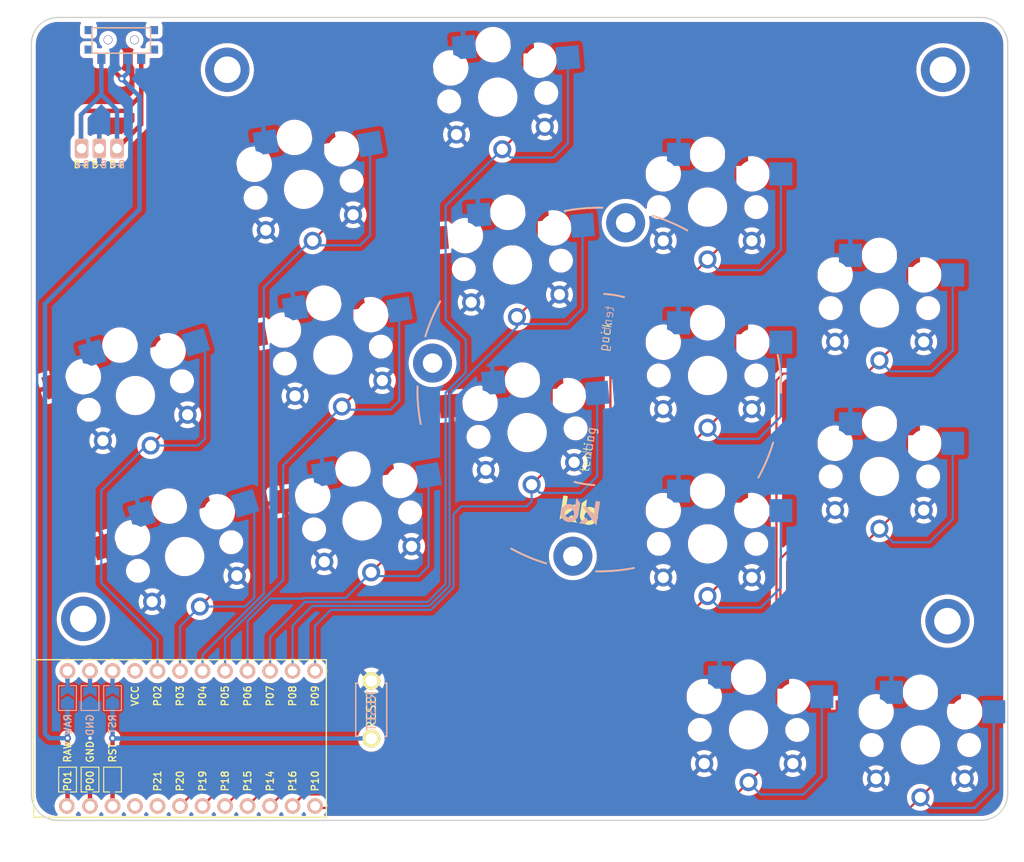
<source format=kicad_pcb>
(kicad_pcb (version 20211014) (generator pcbnew)
  (title_block (title "batta_choc") (rev "v1.0.0") (company "Unknown"))
  (layers (0 "F.Cu" signal) (31 "B.Cu" signal) (34 "B.Paste" user) (35 "F.Paste" user) (36 "B.SilkS" user "B.Silkscreen") (37 "F.SilkS" user "F.Silkscreen") (38 "B.Mask" user) (39 "F.Mask" user) (44 "Edge.Cuts" user))
  (net 0 "")
  (net 1 "GND")
  (net 2 "matrix_pinky_home")
  (net 3 "matrix_ring_bottom")
  (net 4 "matrix_ring_home")
  (net 5 "matrix_ring_top")
  (net 6 "matrix_middle_bottom")
  (net 7 "matrix_middle_home")
  (net 8 "matrix_middle_top")
  (net 9 "matrix_index_bottom")
  (net 10 "matrix_index_home")
  (net 11 "matrix_index_top")
  (net 12 "matrix_inner_bottom")
  (net 13 "matrix_inner_home")
  (net 14 "thumb_tucky")
  (net 15 "thumb_reachy")
  (net 16 "RAW")
  (net 17 "RST")
  (net 18 "matrix_pinky_top")
  (net 19 "b+")
  (footprint "Alaa:key" (layer "F.Cu") (at 249.090824 84.505717 5)
    (fp_text reference "S7" hide)
    (fp_text value "" hide)
  )
  (footprint "Alaa:key" (layer "F.Cu") (at 247.434865 65.578018 5)
    (fp_text reference "S8" hide)
    (fp_text value "" hide)
  )
  (footprint "Alaa:key" (layer "F.Cu") (at 228.826421 94.688497 10)
    (fp_text reference "S4" hide)
    (fp_text value "" hide)
  )
  (footprint "Alaa:ProMicro32keys" (layer "F.Cu") (at 212.852 137.954)
    (fp_text reference "MCU1" hide)
    (fp_text value "" hide)
  )
  (footprint "clipboard:588d3aa5-8931-420f-9c57-a8cdf3d19d32" (layer "F.Cu") (at 239.946264 105.6951 -9)
    (fp_text reference "")
    (fp_text value "")
  )
  (footprint "Alaa:key" (layer "F.Cu") (at 212.09774 117.419287 17)
    (fp_text reference "S1" hide)
    (fp_text value "" hide)
  )
  (footprint "" (layer "F.Cu") (at 200.66 124.46)
    (fp_text reference "")
    (fp_text value "")
  )
  (footprint "Alaa:key" (layer "F.Cu") (at 271.115601 115.986367)
    (fp_text reference "S9" hide)
    (fp_text value "" hide)
  )
  (footprint "Alaa:key" (layer "F.Cu") (at 290.515601 108.386367)
    (fp_text reference "S12" hide)
    (fp_text value "" hide)
  )
  (footprint "Alaa:key" (layer "F.Cu") (at 275.740601 136.986367)
    (fp_text reference "S14" hide)
    (fp_text value "" hide)
  )
  (footprint "Alaa:key" (layer "F.Cu") (at 232.125737 113.399844 10)
    (fp_text reference "S3" hide)
    (fp_text value "" hide)
  )
  (footprint "E73:SPDT_C128955" (layer "F.Cu") (at 204.950615 59.106416)
    (fp_text reference "T2" hide)
    (fp_text value "" hide)
  )
  (footprint "" (layer "F.Cu") (at 297.688 62.484)
    (fp_text reference "")
    (fp_text value "")
  )
  (footprint "" (layer "F.Cu") (at 216.916 62.484)
    (fp_text reference "")
    (fp_text value "")
  )
  (footprint "Alaa:key" (layer "F.Cu") (at 250.746784 103.433416 5)
    (fp_text reference "S6" hide)
    (fp_text value "" hide)
  )
  (footprint "" (layer "F.Cu") (at 298.196 124.714)
    (fp_text reference "")
    (fp_text value "")
  )
  (footprint "Alaa:key" (layer "F.Cu") (at 295.140601 138.696367)
    (fp_text reference "S15" hide)
    (fp_text value "" hide)
  )
  (footprint "lib:bat" (layer "F.Cu") (at 202.47 71.374)
    (fp_text reference "PAD1" hide)
    (fp_text value "" hide)
  )
  (footprint "kbd:ResetSW" (layer "F.Cu") (at 233.172 134.704 -90)
    (fp_text reference "B1" hide)
    (fp_text value "")
  )
  (footprint "Alaa:key" (layer "F.Cu") (at 271.115601 77.986367)
    (fp_text reference "S11" hide)
    (fp_text value "" hide)
  )
  (footprint "Alaa:key" (layer "F.Cu") (at 206.542677 99.249496 17)
    (fp_text reference "S2" hide)
    (fp_text value "" hide)
  )
  (footprint "Alaa:key" (layer "F.Cu") (at 290.515601 89.386367)
    (fp_text reference "S13" hide)
    (fp_text value "" hide)
  )
  (footprint "Alaa:key" (layer "F.Cu") (at 225.527106 75.97715 10)
    (fp_text reference "S5" hide)
    (fp_text value "" hide)
  )
  (footprint "Alaa:key" (layer "F.Cu") (at 271.115601 96.986367)
    (fp_text reference "S10" hide)
    (fp_text value "" hide)
  )
  (footprint "E73:SPDT_C128955" (layer "F.Cu") (at 204.950615 59.106416)
    (fp_text reference "T1" hide)
    (fp_text value "" hide)
  )
  (gr_line (start 197.803209 147.196367) (end 301.990601 147.196367) (layer "Edge.Cuts") (width 0.15))
  (gr_arc (start 197.803209 147.196367) (mid 195.681895 146.317689) (end 194.803209 144.196367) (layer "Edge.Cuts") (width 0.15))
  (gr_line (start 197.803209 56.581422) (end 301.990601 56.581422) (layer "Edge.Cuts") (width 0.15))
  (gr_arc (start 304.990601 144.196367) (mid 304.111933 146.317709) (end 301.990601 147.196367) (layer "Edge.Cuts") (width 0.15))
  (gr_line (start 194.803209 144.196367) (end 194.803209 59.581422) (layer "Edge.Cuts") (width 0.15))
  (gr_line (start 304.990601 144.196367) (end 304.990601 59.581422) (layer "Edge.Cuts") (width 0.15))
  (gr_arc (start 301.990601 56.581422) (mid 304.111921 57.460102) (end 304.990601 59.581422) (layer "Edge.Cuts") (width 0.15))
  (gr_arc (start 194.803209 59.581422) (mid 195.681889 57.460102) (end 197.803209 56.581422) (layer "Edge.Cuts") (width 0.15))
  (segment (start 201.422 137.954) (end 201.422 141.867523) (width 0.5) (layer "F.Cu") (net 1))
  (via (at 201.422 137.922) (size 0.8) (drill 0.4) (layers "F.Cu" "B.Cu") (net 1))
  (segment (start 201.422 134.117523) (end 201.422 137.954) (width 0.5) (layer "B.Cu") (net 1))
  (segment (start 215.138 121.746216) (end 213.822732 123.061484) (width 0.25) (layer "F.Cu") (net 2))
  (segment (start 213.490025 110.771757) (end 213.490025 114.176025) (width 0.25) (layer "F.Cu") (net 2))
  (segment (start 215.138 115.824) (end 215.138 121.746216) (width 0.25) (layer "F.Cu") (net 2))
  (segment (start 213.490025 114.176025) (end 215.138 115.824) (width 0.25) (layer "F.Cu") (net 2))
  (segment (start 211.582 125.302216) (end 213.822732 123.061484) (width 0.25) (layer "B.Cu") (net 2))
  (segment (start 219.955869 112.454871) (end 219.955869 122.052977) (width 0.25) (layer "B.Cu") (net 2))
  (segment (start 219.955869 122.052977) (end 218.947362 123.061484) (width 0.25) (layer "B.Cu") (net 2))
  (segment (start 218.914767 111.413769) (end 219.955869 112.454871) (width 0.25) (layer "B.Cu") (net 2))
  (segment (start 211.582 130.334) (end 211.582 125.302216) (width 0.25) (layer "B.Cu") (net 2))
  (segment (start 218.947362 123.061484) (end 213.822732 123.061484) (width 0.25) (layer "B.Cu") (net 2))
  (segment (start 234.317774 106.97154) (end 234.317774 110.619774) (width 0.25) (layer "F.Cu") (net 3))
  (segment (start 235.204 111.506) (end 235.204 117.156469) (width 0.25) (layer "F.Cu") (net 3))
  (segment (start 234.317774 110.619774) (end 235.204 111.506) (width 0.25) (layer "F.Cu") (net 3))
  (segment (start 235.204 117.156469) (end 233.15026 119.210209) (width 0.25) (layer "F.Cu") (net 3))
  (segment (start 225.424282 122.174) (end 225.502843 122.09544) (width 0.25) (layer "B.Cu") (net 3))
  (segment (start 225.502843 122.09544) (end 230.265029 122.09544) (width 0.25) (layer "B.Cu") (net 3))
  (segment (start 219.202 130.334) (end 219.202 124.714) (width 0.25) (layer "B.Cu") (net 3))
  (segment (start 239.62384 108.269876) (end 239.62384 118.51616) (width 0.25) (layer "B.Cu") (net 3))
  (segment (start 238.506 119.634) (end 233.574051 119.634) (width 0.25) (layer "B.Cu") (net 3))
  (segment (start 221.742 122.174) (end 225.424282 122.174) (width 0.25) (layer "B.Cu") (net 3))
  (segment (start 239.62384 118.51616) (end 238.506 119.634) (width 0.25) (layer "B.Cu") (net 3))
  (segment (start 233.574051 119.634) (end 233.15026 119.210209) (width 0.25) (layer "B.Cu") (net 3))
  (segment (start 219.202 124.714) (end 221.742 122.174) (width 0.25) (layer "B.Cu") (net 3))
  (segment (start 230.265029 122.09544) (end 233.15026 119.210209) (width 0.25) (layer "B.Cu") (net 3))
  (segment (start 231.902 92.964) (end 231.902 98.447806) (width 0.25) (layer "F.Cu") (net 4))
  (segment (start 231.018458 88.260193) (end 231.018458 92.080458) (width 0.25) (layer "F.Cu") (net 4))
  (segment (start 231.018458 92.080458) (end 231.902 92.964) (width 0.25) (layer "F.Cu") (net 4))
  (segment (start 231.902 98.447806) (end 229.850944 100.498862) (width 0.25) (layer "F.Cu") (net 4))
  (segment (start 234.426207 100.850236) (end 230.202318 100.850236) (width 0.25) (layer "B.Cu") (net 4))
  (segment (start 216.662 126.618282) (end 223.221733 120.058549) (width 0.25) (layer "B.Cu") (net 4))
  (segment (start 223.221733 120.058549) (end 223.221733 107.128073) (width 0.25) (layer "B.Cu") (net 4))
  (segment (start 236.324524 99.852729) (end 235.339253 100.838) (width 0.25) (layer "B.Cu") (net 4))
  (segment (start 230.202318 100.850236) (end 229.850944 100.498862) (width 0.25) (layer "B.Cu") (net 4))
  (segment (start 236.324524 89.558529) (end 236.324524 99.852729) (width 0.25) (layer "B.Cu") (net 4))
  (segment (start 223.221733 107.128073) (end 229.850944 100.498862) (width 0.25) (layer "B.Cu") (net 4))
  (segment (start 216.662 130.334) (end 216.662 126.618282) (width 0.25) (layer "B.Cu") (net 4))
  (segment (start 235.339253 100.838) (end 234.495601 100.838) (width 0.25) (layer "B.Cu") (net 4))
  (segment (start 234.495601 100.838) (end 234.426207 100.850236) (width 0.25) (layer "B.Cu") (net 4))
  (segment (start 228.6 73.914) (end 228.6 79.739144) (width 0.25) (layer "F.Cu") (net 5))
  (segment (start 227.719143 73.033143) (end 228.6 73.914) (width 0.25) (layer "F.Cu") (net 5))
  (segment (start 227.719143 69.548846) (end 227.719143 73.033143) (width 0.25) (layer "F.Cu") (net 5))
  (segment (start 228.6 79.739144) (end 226.551629 81.787515) (width 0.25) (layer "F.Cu") (net 5))
  (segment (start 214.122 128.522564) (end 221.03848 121.606084) (width 0.25) (layer "B.Cu") (net 5))
  (segment (start 221.03848 87.06352) (end 226.314485 81.787515) (width 0.25) (layer "B.Cu") (net 5))
  (segment (start 221.03848 121.606084) (end 221.03848 87.06352) (width 0.25) (layer "B.Cu") (net 5))
  (segment (start 231.902 82.296) (end 227.060114 82.296) (width 0.25) (layer "B.Cu") (net 5))
  (segment (start 227.060114 82.296) (end 226.551629 81.787515) (width 0.25) (layer "B.Cu") (net 5))
  (segment (start 226.314485 81.787515) (end 226.551629 81.787515) (width 0.25) (layer "B.Cu") (net 5))
  (segment (start 233.025209 70.847182) (end 233.025209 81.172791) (width 0.25) (layer "B.Cu") (net 5))
  (segment (start 233.025209 81.172791) (end 231.902 82.296) (width 0.25) (layer "B.Cu") (net 5))
  (segment (start 214.122 130.334) (end 214.122 128.522564) (width 0.25) (layer "B.Cu") (net 5))
  (segment (start 253.490743 97.220623) (end 253.521305 97.251185) (width 0.25) (layer "F.Cu") (net 6))
  (segment (start 253.521305 107.050661) (end 251.261002 109.310964) (width 0.25) (layer "F.Cu") (net 6))
  (segment (start 253.521305 97.251185) (end 253.521305 107.050661) (width 0.25) (layer "F.Cu") (net 6))
  (segment (start 226.822 125.222) (end 228.6 123.444) (width 0.25) (layer "B.Cu") (net 6))
  (segment (start 242.45304 112.63896) (end 243.332 111.76) (width 0.25) (layer "B.Cu") (net 6))
  (segment (start 239.903717 123.444) (end 242.45304 120.894676) (width 0.25) (layer "B.Cu") (net 6))
  (segment (start 251.261002 111.196998) (end 251.261002 109.310964) (width 0.25) (layer "B.Cu") (net 6))
  (segment (start 250.698 111.76) (end 251.261002 111.196998) (width 0.25) (layer "B.Cu") (net 6))
  (segment (start 243.332 111.76) (end 250.698 111.76) (width 0.25) (layer "B.Cu") (net 6))
  (segment (start 228.6 123.444) (end 239.903717 123.444) (width 0.25) (layer "B.Cu") (net 6))
  (segment (start 252.186038 110.236) (end 251.261002 109.310964) (width 0.25) (layer "B.Cu") (net 6))
  (segment (start 258.66346 98.976472) (end 258.66346 108.36654) (width 0.25) (layer "B.Cu") (net 6))
  (segment (start 258.66346 108.36654) (end 256.794 110.236) (width 0.25) (layer "B.Cu") (net 6))
  (segment (start 226.822 130.334) (end 226.822 125.222) (width 0.25) (layer "B.Cu") (net 6))
  (segment (start 242.45304 120.894676) (end 242.45304 112.63896) (width 0.25) (layer "B.Cu") (net 6))
  (segment (start 256.794 110.236) (end 252.186038 110.236) (width 0.25) (layer "B.Cu") (net 6))
  (segment (start 251.865345 83.356472) (end 251.865345 88.122962) (width 0.25) (layer "F.Cu") (net 7))
  (segment (start 251.834783 78.292924) (end 251.834783 83.32591) (width 0.25) (layer "F.Cu") (net 7))
  (segment (start 251.865345 88.122962) (end 249.605042 90.383265) (width 0.25) (layer "F.Cu") (net 7))
  (segment (start 251.834783 83.32591) (end 251.865345 83.356472) (width 0.25) (layer "F.Cu") (net 7))
  (segment (start 257.0075 89.4485) (end 255.27 91.186) (width 0.25) (layer "B.Cu") (net 7))
  (segment (start 239.717519 122.99448) (end 242.00352 120.708479) (width 0.25) (layer "B.Cu") (net 7))
  (segment (start 255.27 91.186) (end 250.407777 91.186) (width 0.25) (layer "B.Cu") (net 7))
  (segment (start 224.282 130.334) (end 224.282 125.222) (width 0.25) (layer "B.Cu") (net 7))
  (segment (start 250.407777 91.186) (end 249.605042 90.383265) (width 0.25) (layer "B.Cu") (net 7))
  (segment (start 242.00352 120.708479) (end 242.00352 99.11848) (width 0.25) (layer "B.Cu") (net 7))
  (segment (start 249.605042 91.516958) (end 249.605042 90.383265) (width 0.25) (layer "B.Cu") (net 7))
  (segment (start 257.0075 80.048773) (end 257.0075 89.4485) (width 0.25) (layer "B.Cu") (net 7))
  (segment (start 226.50952 122.99448) (end 239.717519 122.99448) (width 0.25) (layer "B.Cu") (net 7))
  (segment (start 242.00352 99.11848) (end 249.605042 91.516958) (width 0.25) (layer "B.Cu") (net 7))
  (segment (start 224.282 125.222) (end 226.50952 122.99448) (width 0.25) (layer "B.Cu") (net 7))
  (segment (start 250.178824 59.365225) (end 250.209386 59.395787) (width 0.25) (layer "F.Cu") (net 8))
  (segment (start 250.209386 69.195263) (end 247.949083 71.455566) (width 0.25) (layer "F.Cu") (net 8))
  (segment (start 250.209386 59.395787) (end 250.209386 69.195263) (width 0.25) (layer "F.Cu") (net 8))
  (segment (start 255.351541 70.784459) (end 253.746 72.39) (width 0.25) (layer "B.Cu") (net 8))
  (segment (start 255.351541 61.121074) (end 255.351541 70.784459) (width 0.25) (layer "B.Cu") (net 8))
  (segment (start 221.742 130.334) (end 221.742 126.492) (width 0.25) (layer "B.Cu") (net 8))
  (segment (start 239.531322 122.54496) (end 241.554 120.522282) (width 0.25) (layer "B.Cu") (net 8))
  (segment (start 221.742 126.492) (end 225.68904 122.54496) (width 0.25) (layer "B.Cu") (net 8))
  (segment (start 243.84 96.646282) (end 243.84 92.964) (width 0.25) (layer "B.Cu") (net 8))
  (segment (start 241.554 120.522282) (end 241.554 98.932282) (width 0.25) (layer "B.Cu") (net 8))
  (segment (start 241.554 98.932282) (end 243.84 96.646282) (width 0.25) (layer "B.Cu") (net 8))
  (segment (start 241.554 77.850649) (end 247.949083 71.455566) (width 0.25) (layer "B.Cu") (net 8))
  (segment (start 225.68904 122.54496) (end 239.531322 122.54496) (width 0.25) (layer "B.Cu") (net 8))
  (segment (start 248.883517 72.39) (end 247.949083 71.455566) (width 0.25) (layer "B.Cu") (net 8))
  (segment (start 243.84 92.964) (end 241.554 90.678) (width 0.25) (layer "B.Cu") (net 8))
  (segment (start 241.554 90.678) (end 241.554 77.850649) (width 0.25) (layer "B.Cu") (net 8))
  (segment (start 253.746 72.39) (end 248.883517 72.39) (width 0.25) (layer "B.Cu") (net 8))
  (segment (start 261.874 123.444) (end 269.557966 123.444) (width 0.25) (layer "F.Cu") (net 9))
  (segment (start 261.05352 141.156197) (end 261.05352 124.26448) (width 0.25) (layer "F.Cu") (net 9))
  (segment (start 269.557966 123.444) (end 271.1156 121.886366) (width 0.25) (layer "F.Cu") (net 9))
  (segment (start 219.85896 142.37704) (end 259.832678 142.37704) (width 0.25) (layer "F.Cu") (net 9))
  (segment (start 261.05352 124.26448) (end 261.874 123.444) (width 0.25) (layer "F.Cu") (net 9))
  (segment (start 259.832678 142.37704) (end 261.05352 141.156197) (width 0.25) (layer "F.Cu") (net 9))
  (segment (start 273.890122 119.111844) (end 271.1156 121.886366) (width 0.25) (layer "F.Cu") (net 9))
  (segment (start 274.390599 110.036367) (end 273.890122 110.536844) (width 0.25) (layer "F.Cu") (net 9))
  (segment (start 273.890122 110.536844) (end 273.890122 119.111844) (width 0.25) (layer "F.Cu") (net 9))
  (segment (start 216.662 145.574) (end 219.85896 142.37704) (width 0.25) (layer "F.Cu") (net 9))
  (segment (start 279.3906 120.9134) (end 277.114 123.19) (width 0.25) (layer "B.Cu") (net 9))
  (segment (start 277.114 123.19) (end 272.419234 123.19) (width 0.25) (layer "B.Cu") (net 9))
  (segment (start 272.419234 123.19) (end 271.1156 121.886366) (width 0.25) (layer "B.Cu") (net 9))
  (segment (start 279.3906 112.236367) (end 279.3906 120.9134) (width 0.25) (layer "B.Cu") (net 9))
  (segment (start 217.76848 141.92752) (end 259.64648 141.92752) (width 0.25) (layer "F.Cu") (net 10))
  (segment (start 274.241079 91.185887) (end 274.241079 99.760887) (width 0.25) (layer "F.Cu") (net 10))
  (segment (start 269.607966 104.394) (end 271.1156 102.886366) (width 0.25) (layer "F.Cu") (net 10))
  (segment (start 214.122 145.574) (end 217.76848 141.92752) (width 0.25) (layer "F.Cu") (net 10))
  (segment (start 260.604 106.172) (end 262.382 104.394) (width 0.25) (layer "F.Cu") (net 10))
  (segment (start 274.390599 91.036367) (end 274.241079 91.185887) (width 0.25) (layer "F.Cu") (net 10))
  (segment (start 260.604 140.97) (end 260.604 106.172) (width 0.25) (layer "F.Cu") (net 10))
  (segment (start 262.382 104.394) (end 269.607966 104.394) (width 0.25) (layer "F.Cu") (net 10))
  (segment (start 259.64648 141.92752) (end 260.604 140.97) (width 0.25) (layer "F.Cu") (net 10))
  (segment (start 274.241079 99.760887) (end 271.1156 102.886366) (width 0.25) (layer "F.Cu") (net 10))
  (segment (start 272.369234 104.14) (end 271.1156 102.886366) (width 0.25) (layer "B.Cu") (net 10))
  (segment (start 279.3906 101.6094) (end 276.86 104.14) (width 0.25) (layer "B.Cu") (net 10))
  (segment (start 279.3906 93.236367) (end 279.3906 101.6094) (width 0.25) (layer "B.Cu") (net 10))
  (segment (start 276.86 104.14) (end 272.369234 104.14) (width 0.25) (layer "B.Cu") (net 10))
  (segment (start 269.657966 85.344) (end 271.1156 83.886366) (width 0.25) (layer "F.Cu") (net 11))
  (segment (start 215.678 141.478) (end 259.39248 141.478) (width 0.25) (layer "F.Cu") (net 11))
  (segment (start 260.15448 140.716) (end 260.15448 87.57152) (width 0.25) (layer "F.Cu") (net 11))
  (segment (start 262.382 85.344) (end 269.657966 85.344) (width 0.25) (layer "F.Cu") (net 11))
  (segment (start 274.390599 72.036367) (end 274.241079 72.185887) (width 0.25) (layer "F.Cu") (net 11))
  (segment (start 274.241079 72.185887) (end 274.241079 80.760887) (width 0.25) (layer "F.Cu") (net 11))
  (segment (start 211.582 145.574) (end 215.678 141.478) (width 0.25) (layer "F.Cu") (net 11))
  (segment (start 259.39248 141.478) (end 260.15448 140.716) (width 0.25) (layer "F.Cu") (net 11))
  (segment (start 260.15448 87.57152) (end 262.382 85.344) (width 0.25) (layer "F.Cu") (net 11))
  (segment (start 274.241079 80.760887) (end 271.1156 83.886366) (width 0.25) (layer "F.Cu") (net 11))
  (segment (start 277.114 85.09) (end 272.319234 85.09) (width 0.25) (layer "B.Cu") (net 11))
  (segment (start 279.3906 74.236367) (end 279.3906 82.8134) (width 0.25) (layer "B.Cu") (net 11))
  (segment (start 279.3906 82.8134) (end 277.114 85.09) (width 0.25) (layer "B.Cu") (net 11))
  (segment (start 272.319234 85.09) (end 271.1156 83.886366) (width 0.25) (layer "B.Cu") (net 11))
  (segment (start 279.34152 117.66048) (end 281.432 115.57) (width 0.25) (layer "F.Cu") (net 12))
  (segment (start 289.231966 115.57) (end 290.5156 114.286366) (width 0.25) (layer "F.Cu") (net 12))
  (segment (start 224.03992 143.27608) (end 260.205074 143.276079) (width 0.25) (layer "F.Cu") (net 12))
  (segment (start 221.742 145.574) (end 224.03992 143.27608) (width 0.25) (layer "F.Cu") (net 12))
  (segment (start 293.624 102.602966) (end 293.624 111.177966) (width 0.25) (layer "F.Cu") (net 12))
  (segment (start 278.44248 128.21152) (end 279.34152 127.31248) (width 0.25) (layer "F.Cu") (net 12))
  (segment (start 261.95256 141.528591) (end 261.95256 128.954876) (width 0.25) (layer "F.Cu") (net 12))
  (segment (start 260.205074 143.276079) (end 261.95256 141.528591) (width 0.25) (layer "F.Cu") (net 12))
  (segment (start 279.34152 127.31248) (end 279.34152 117.66048) (width 0.25) (layer "F.Cu") (net 12))
  (segment (start 293.790599 102.436367) (end 293.624 102.602966) (width 0.25) (layer "F.Cu") (net 12))
  (segment (start 261.95256 128.954876) (end 262.695916 128.21152) (width 0.25) (layer "F.Cu") (net 12))
  (segment (start 293.624 111.177966) (end 290.5156 114.286366) (width 0.25) (layer "F.Cu") (net 12))
  (segment (start 281.432 115.57) (end 289.231966 115.57) (width 0.25) (layer "F.Cu") (net 12))
  (segment (start 262.695916 128.21152) (end 278.44248 128.21152) (width 0.25) (layer "F.Cu") (net 12))
  (segment (start 298.7906 113.1974) (end 296.164 115.824) (width 0.25) (layer "B.Cu") (net 12))
  (segment (start 298.7906 104.636367) (end 298.7906 113.1974) (width 0.25) (layer "B.Cu") (net 12))
  (segment (start 296.164 115.824) (end 292.053234 115.824) (width 0.25) (layer "B.Cu") (net 12))
  (segment (start 292.053234 115.824) (end 290.5156 114.286366) (width 0.25) (layer "B.Cu") (net 12))
  (segment (start 279.654 96.774) (end 289.027966 96.774) (width 0.25) (layer "F.Cu") (net 13))
  (segment (start 289.027966 96.774) (end 290.5156 95.286366) (width 0.25) (layer "F.Cu") (net 13))
  (segment (start 278.892 97.536) (end 279.654 96.774) (width 0.25) (layer "F.Cu") (net 13))
  (segment (start 219.202 145.574) (end 221.94944 142.82656) (width 0.25) (layer "F.Cu") (net 13))
  (segment (start 278.13 127.762) (end 278.892 127) (width 0.25) (layer "F.Cu") (net 13))
  (segment (start 221.94944 142.82656) (end 260.018876 142.82656) (width 0.25) (layer "F.Cu") (net 13))
  (segment (start 278.892 127) (end 278.892 97.536) (width 0.25) (layer "F.Cu") (net 13))
  (segment (start 293.641079 83.585887) (end 293.641079 92.160887) (width 0.25) (layer "F.Cu") (net 13))
  (segment (start 293.790599 83.436367) (end 293.641079 83.585887) (width 0.25) (layer "F.Cu") (net 13))
  (segment (start 293.641079 92.160887) (end 290.5156 95.286366) (width 0.25) (layer "F.Cu") (net 13))
  (segment (start 260.018876 142.82656) (end 261.50304 141.342394) (width 0.25) (layer "F.Cu") (net 13))
  (segment (start 261.50304 141.342394) (end 261.50304 128.768678) (width 0.25) (layer "F.Cu") (net 13))
  (segment (start 262.509718 127.762) (end 278.13 127.762) (width 0.25) (layer "F.Cu") (net 13))
  (segment (start 261.50304 128.768678) (end 262.509718 127.762) (width 0.25) (layer "F.Cu") (net 13))
  (segment (start 291.749234 96.52) (end 290.5156 95.286366) (width 0.25) (layer "B.Cu") (net 13))
  (segment (start 296.418 96.52) (end 291.749234 96.52) (width 0.25) (layer "B.Cu") (net 13))
  (segment (start 298.7906 94.1474) (end 296.418 96.52) (width 0.25) (layer "B.Cu") (net 13))
  (segment (start 298.7906 85.636367) (end 298.7906 94.1474) (width 0.25) (layer "B.Cu") (net 13))
  (segment (start 278.866079 139.760887) (end 275.7406 142.886366) (width 0.25) (layer "F.Cu") (net 14))
  (segment (start 225.552 144.272) (end 224.282 145.542) (width 0.25) (layer "F.Cu") (net 14))
  (segment (start 224.282 145.542) (end 224.282 145.574) (width 0.25) (layer "F.Cu") (net 14))
  (segment (start 278.866079 131.185887) (end 278.866079 139.760887) (width 0.25) (layer "F.Cu") (net 14))
  (segment (start 275.7406 142.886366) (end 274.354966 144.272) (width 0.25) (layer "F.Cu") (net 14))
  (segment (start 274.354966 144.272) (end 225.552 144.272) (width 0.25) (layer "F.Cu") (net 14))
  (segment (start 284.0156 142.1964) (end 281.94 144.272) (width 0.25) (layer "B.Cu") (net 14))
  (segment (start 281.94 144.272) (end 277.126234 144.272) (width 0.25) (layer "B.Cu") (net 14))
  (segment (start 284.0156 133.236367) (end 284.0156 142.1964) (width 0.25) (layer "B.Cu") (net 14))
  (segment (start 277.126234 144.272) (end 275.7406 142.886366) (width 0.25) (layer "B.Cu") (net 14))
  (segment (start 297.915122 133.246844) (end 297.915122 141.821844) (width 0.25) (layer "F.Cu") (net 15))
  (segment (start 297.915122 141.821844) (end 295.1406 144.596366) (width 0.25) (layer "F.Cu") (net 15))
  (segment (start 298.415599 132.746367) (end 297.915122 133.246844) (width 0.25) (layer "F.Cu") (net 15))
  (segment (start 226.822 145.574) (end 227.044 145.796) (width 0.25) (layer "F.Cu") (net 15))
  (segment (start 227.044 145.796) (end 293.940966 145.796) (width 0.25) (layer "F.Cu") (net 15))
  (segment (start 293.940966 145.796) (end 295.1406 144.596366) (width 0.25) (layer "F.Cu") (net 15))
  (segment (start 296.340234 145.796) (end 295.1406 144.596366) (width 0.25) (layer "B.Cu") (net 15))
  (segment (start 303.4156 143.6244) (end 301.244 145.796) (width 0.25) (layer "B.Cu") (net 15))
  (segment (start 303.4156 134.946367) (end 303.4156 143.6244) (width 0.25) (layer "B.Cu") (net 15))
  (segment (start 301.244 145.796) (end 296.340234 145.796) (width 0.25) (layer "B.Cu") (net 15))
  (segment (start 204.200615 61.181416) (end 204.200615 62.691688) (width 0.5) (layer "F.Cu") (net 16))
  (segment (start 204.200615 62.691688) (end 205.002642 63.493715) (width 0.5) (layer "F.Cu") (net 16))
  (segment (start 198.882 141.867523) (end 198.882 137.954) (width 0.5) (layer "F.Cu") (net 16))
  (via (at 205.002642 63.493715) (size 0.8) (drill 0.4) (layers "F.Cu" "B.Cu") (net 16))
  (via (at 198.882 137.922) (size 0.8) (drill 0.4) (layers "F.Cu" "B.Cu") (net 16))
  (segment (start 207.01 65.501073) (end 205.002642 63.493715) (width 0.5) (layer "B.Cu") (net 16))
  (segment (start 198.882 134.117523) (end 198.882 137.954) (width 0.55) (layer "B.Cu") (net 16))
  (segment (start 198.882 137.922) (end 196.85 137.922) (width 0.5) (layer "B.Cu") (net 16))
  (segment (start 196.342 137.414) (end 196.342 88.9) (width 0.5) (layer "B.Cu") (net 16))
  (segment (start 196.342 88.9) (end 207.01 78.232) (width 0.5) (layer "B.Cu") (net 16))
  (segment (start 205.752 62.744326) (end 205.054027 63.442299) (width 0.5) (layer "B.Cu") (net 16))
  (segment (start 196.85 137.922) (end 196.342 137.414) (width 0.5) (layer "B.Cu") (net 16))
  (segment (start 205.752 61.13) (end 205.752 62.744326) (width 0.5) (layer "B.Cu") (net 16))
  (segment (start 207.01 78.232) (end 207.01 65.501073) (width 0.5) (layer "B.Cu") (net 16))
  (segment (start 203.962 141.867523) (end 203.962 137.954) (width 0.5) (layer "F.Cu") (net 17))
  (via (at 203.962 137.922) (size 0.8) (drill 0.4) (layers "F.Cu" "B.Cu") (net 17))
  (segment (start 203.962 137.954) (end 233.172 137.954) (width 0.5) (layer "B.Cu") (net 17))
  (segment (start 203.962 134.117523) (end 203.962 137.954) (width 0.5) (layer "B.Cu") (net 17))
  (segment (start 207.934962 92.601966) (end 207.934962 95.148031) (width 0.25) (layer "F.Cu") (net 18))
  (segment (start 207.934962 95.148031) (end 209.804 97.017069) (width 0.25) (layer "F.Cu") (net 18))
  (segment (start 209.804 103.355362) (end 208.267669 104.891693) (width 0.25) (layer "F.Cu") (net 18))
  (segment (start 209.804 97.017069) (end 209.804 103.355362) (width 0.25) (layer "F.Cu") (net 18))
  (segment (start 202.692 109.982) (end 207.782307 104.891693) (width 0.25) (layer "B.Cu") (net 18))
  (segment (start 213.359704 93.243978) (end 214.400806 94.28508) (width 0.25) (layer "B.Cu") (net 18))
  (segment (start 209.042 126.746) (end 202.692 120.396) (width 0.25) (layer "B.Cu") (net 18))
  (segment (start 207.782307 104.891693) (end 208.267669 104.891693) (width 0.25) (layer "B.Cu") (net 18))
  (segment (start 213.624307 104.891693) (end 208.267669 104.891693) (width 0.25) (layer "B.Cu") (net 18))
  (segment (start 214.400806 104.115194) (end 213.624307 104.891693) (width 0.25) (layer "B.Cu") (net 18))
  (segment (start 202.692 120.396) (end 202.692 109.982) (width 0.25) (layer "B.Cu") (net 18))
  (segment (start 209.042 130.334) (end 209.042 126.746) (width 0.25) (layer "B.Cu") (net 18))
  (segment (start 214.400806 94.28508) (end 214.400806 104.115194) (width 0.25) (layer "B.Cu") (net 18))
  (segment (start 207.200615 65.341385) (end 205.422 67.12) (width 0.5) (layer "F.Cu") (net 19))
  (segment (start 205.422 67.12) (end 200.85 67.12) (width 0.5) (layer "F.Cu") (net 19))
  (segment (start 200.406 67.564) (end 200.406 71.31) (width 0.5) (layer "F.Cu") (net 19))
  (segment (start 200.85 67.12) (end 200.406 67.564) (width 0.5) (layer "F.Cu") (net 19))
  (segment (start 200.406 71.31) (end 200.47 71.374) (width 0.5) (layer "F.Cu") (net 19))
  (segment (start 207.200615 61.181416) (end 207.200615 68.643385) (width 0.5) (layer "F.Cu") (net 19))
  (segment (start 207.200615 61.181416) (end 207.200615 65.341385) (width 0.5) (layer "F.Cu") (net 19))
  (segment (start 207.200615 68.643385) (end 204.47 71.374) (width 0.5) (layer "F.Cu") (net 19))
  (segment (start 202.700615 65.269385) (end 204.47 67.03877) (width 0.5) (layer "B.Cu") (net 19))
  (segment (start 202.700615 61.181416) (end 202.700615 65.269385) (width 0.5) (layer "B.Cu") (net 19))
  (segment (start 200.406 71.31) (end 200.47 71.374) (width 0.5) (layer "B.Cu") (net 19))
  (segment (start 204.47 67.03877) (end 204.47 71.374) (width 0.5) (layer "B.Cu") (net 19))
  (segment (start 202.700615 65.269385) (end 200.406 67.564) (width 0.5) (layer "B.Cu") (net 19))
  (segment (start 200.406 67.564) (end 200.406 71.31) (width 0.5) (layer "B.Cu") (net 19))
  (zone (net 1) (net_name "GND") (layers F&B.Cu) (connect_pads (clearance 0.508)) (min_thickness 0.254) (fill yes (thermal_gap 0.508) (thermal_bridge_width 0.508) (island_removal_mode 1) (island_area_min 0))
    (polygon (pts (xy 306.832 151.892) (xy 191.262 150.876) (xy 192.278 54.61) (xy 306.832 54.864)))
  )
)
</source>
